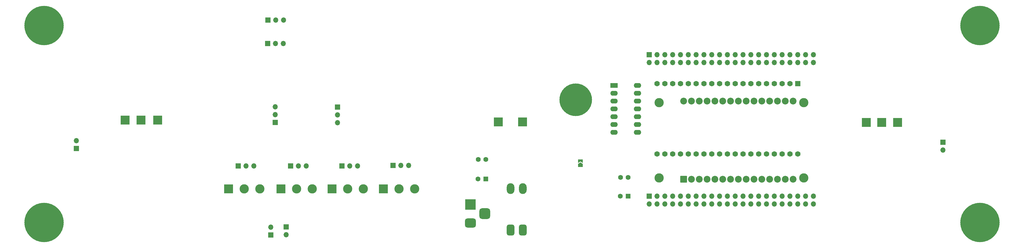
<source format=gts>
G04 #@! TF.GenerationSoftware,KiCad,Pcbnew,7.0.10-1.fc39*
G04 #@! TF.CreationDate,2024-01-19T21:35:41-05:00*
G04 #@! TF.ProjectId,SYSMATT-WS2812-MATRIX-CARRIER-32X8,5359534d-4154-4542-9d57-53323831322d,rev?*
G04 #@! TF.SameCoordinates,Original*
G04 #@! TF.FileFunction,Soldermask,Top*
G04 #@! TF.FilePolarity,Negative*
%FSLAX46Y46*%
G04 Gerber Fmt 4.6, Leading zero omitted, Abs format (unit mm)*
G04 Created by KiCad (PCBNEW 7.0.10-1.fc39) date 2024-01-19 21:35:41*
%MOMM*%
%LPD*%
G01*
G04 APERTURE LIST*
G04 Aperture macros list*
%AMRoundRect*
0 Rectangle with rounded corners*
0 $1 Rounding radius*
0 $2 $3 $4 $5 $6 $7 $8 $9 X,Y pos of 4 corners*
0 Add a 4 corners polygon primitive as box body*
4,1,4,$2,$3,$4,$5,$6,$7,$8,$9,$2,$3,0*
0 Add four circle primitives for the rounded corners*
1,1,$1+$1,$2,$3*
1,1,$1+$1,$4,$5*
1,1,$1+$1,$6,$7*
1,1,$1+$1,$8,$9*
0 Add four rect primitives between the rounded corners*
20,1,$1+$1,$2,$3,$4,$5,0*
20,1,$1+$1,$4,$5,$6,$7,0*
20,1,$1+$1,$6,$7,$8,$9,0*
20,1,$1+$1,$8,$9,$2,$3,0*%
%AMFreePoly0*
4,1,6,1.000000,0.000000,0.500000,-0.750000,-0.500000,-0.750000,-0.500000,0.750000,0.500000,0.750000,1.000000,0.000000,1.000000,0.000000,$1*%
%AMFreePoly1*
4,1,6,0.500000,-0.750000,-0.650000,-0.750000,-0.150000,0.000000,-0.650000,0.750000,0.500000,0.750000,0.500000,-0.750000,0.500000,-0.750000,$1*%
G04 Aperture macros list end*
%ADD10C,1.600000*%
%ADD11C,12.800000*%
%ADD12R,3.000000X3.000000*%
%ADD13R,1.700000X1.700000*%
%ADD14O,1.700000X1.700000*%
%ADD15R,1.600000X1.600000*%
%ADD16C,3.000000*%
%ADD17R,3.500000X3.500000*%
%ADD18RoundRect,0.750000X1.000000X-0.750000X1.000000X0.750000X-1.000000X0.750000X-1.000000X-0.750000X0*%
%ADD19RoundRect,0.875000X0.875000X-0.875000X0.875000X0.875000X-0.875000X0.875000X-0.875000X-0.875000X0*%
%ADD20FreePoly0,90.000000*%
%ADD21FreePoly1,90.000000*%
%ADD22R,2.400000X1.600000*%
%ADD23O,2.400000X1.600000*%
%ADD24RoundRect,0.625000X0.625000X-1.125000X0.625000X1.125000X-0.625000X1.125000X-0.625000X-1.125000X0*%
%ADD25O,2.500000X3.500000*%
%ADD26C,10.600000*%
%ADD27RoundRect,0.102000X1.000000X-1.000000X1.000000X1.000000X-1.000000X1.000000X-1.000000X-1.000000X0*%
%ADD28C,2.204000*%
%ADD29RoundRect,0.102000X-0.780000X0.780000X-0.780000X-0.780000X0.780000X-0.780000X0.780000X0.780000X0*%
%ADD30C,1.764000*%
G04 APERTURE END LIST*
D10*
X162017000Y37935000D03*
X159517000Y37935000D03*
D11*
X322500000Y17500000D03*
D12*
X55397400Y50732000D03*
D13*
X310521000Y43553000D03*
D14*
X310521000Y41013000D03*
D13*
X215084001Y72013000D03*
D14*
X215084001Y69473000D03*
X217624001Y72013000D03*
X217624001Y69473000D03*
X220164001Y72013000D03*
X220164001Y69473000D03*
X222704001Y72013000D03*
X222704001Y69473000D03*
X225244001Y72013000D03*
X225244001Y69473000D03*
X227784001Y72013000D03*
X227784001Y69473000D03*
X230324001Y72013000D03*
X230324001Y69473000D03*
X232864001Y72013000D03*
X232864001Y69473000D03*
X235404001Y72013000D03*
X235404001Y69473000D03*
X237944001Y72013000D03*
X237944001Y69473000D03*
X240484001Y72013000D03*
X240484001Y69473000D03*
X243024001Y72013000D03*
X243024001Y69473000D03*
X245564001Y72013000D03*
X245564001Y69473000D03*
X248104001Y72013000D03*
X248104001Y69473000D03*
X250644001Y72013000D03*
X250644001Y69473000D03*
X253184001Y72013000D03*
X253184001Y69473000D03*
X255724001Y72013000D03*
X255724001Y69473000D03*
X258264001Y72013000D03*
X258264001Y69473000D03*
X260804001Y72013000D03*
X260804001Y69473000D03*
X263344001Y72013000D03*
X263344001Y69473000D03*
X265884001Y72013000D03*
X265884001Y69473000D03*
X268424001Y72013000D03*
X268424001Y69473000D03*
D13*
X91151409Y75618000D03*
D14*
X93691409Y75618000D03*
X96231409Y75618000D03*
D13*
X131888000Y35978000D03*
D14*
X134428000Y35978000D03*
X136968000Y35978000D03*
D12*
X295732200Y50012600D03*
D15*
X208226001Y26039000D03*
D10*
X205726001Y26039000D03*
D12*
X78421000Y28358000D03*
D16*
X83501000Y28358000D03*
X88581000Y28358000D03*
D17*
X156982500Y23335000D03*
D18*
X156982500Y17335000D03*
D19*
X161682500Y20335000D03*
D13*
X91181409Y83288000D03*
D14*
X93721409Y83288000D03*
X96261409Y83288000D03*
D13*
X92125000Y13381000D03*
D14*
X92125000Y15921000D03*
D12*
X166039800Y50165000D03*
D20*
X192732001Y35982000D03*
D21*
X192732001Y37432000D03*
D13*
X93612000Y49950000D03*
D14*
X93612000Y52490000D03*
X93612000Y55030000D03*
D22*
X203654001Y61980000D03*
D23*
X203654001Y59440000D03*
X203654001Y56900000D03*
X203654001Y54360000D03*
X203654001Y51820000D03*
X203654001Y49280000D03*
X203654001Y46740000D03*
X211274001Y46740000D03*
X211274001Y49280000D03*
X211274001Y51820000D03*
X211274001Y54360000D03*
X211274001Y56900000D03*
X211274001Y59440000D03*
X211274001Y61980000D03*
D15*
X161977000Y31585000D03*
D10*
X159477000Y31585000D03*
D24*
X170000000Y15000000D03*
X174000000Y15000000D03*
D25*
X170000000Y28500000D03*
X174000000Y28500000D03*
D13*
X97148000Y16053000D03*
D14*
X97148000Y13513000D03*
D13*
X29000000Y41500000D03*
D14*
X29000000Y44040000D03*
D12*
X128713000Y28358000D03*
D16*
X133793000Y28358000D03*
X138873000Y28358000D03*
D11*
X322500000Y81500000D03*
D13*
X98614000Y35851000D03*
D14*
X101154000Y35851000D03*
X103694000Y35851000D03*
D26*
X191243001Y57357000D03*
D12*
X285572200Y49961800D03*
D16*
X218300000Y31920000D03*
X265250000Y31920000D03*
X218300000Y56430000D03*
X265250000Y56430000D03*
D27*
X226260000Y31500000D03*
D28*
X228800000Y31500000D03*
X231340000Y31500000D03*
X233880000Y31500000D03*
X236420000Y31500000D03*
X238960000Y31500000D03*
X241500000Y31500000D03*
X244040000Y31500000D03*
X246580000Y31500000D03*
X249120000Y31500000D03*
X251660000Y31500000D03*
X254200000Y31500000D03*
X256740000Y31500000D03*
X259280000Y31500000D03*
X261820000Y31500000D03*
X261820000Y56900000D03*
X259280000Y56900000D03*
X256740000Y56900000D03*
X254200000Y56900000D03*
X251660000Y56900000D03*
X249120000Y56900000D03*
X246580000Y56900000D03*
X244040000Y56900000D03*
X241500000Y56900000D03*
X238960000Y56900000D03*
X236420000Y56900000D03*
X233880000Y56900000D03*
X231340000Y56900000D03*
X228800000Y56900000D03*
X226260000Y56900000D03*
D12*
X112076000Y28358000D03*
D16*
X117156000Y28358000D03*
X122236000Y28358000D03*
D13*
X81596000Y35851000D03*
D14*
X84136000Y35851000D03*
X86676000Y35851000D03*
D10*
X208266001Y32135000D03*
X205766001Y32135000D03*
D13*
X215084001Y26039000D03*
D14*
X215084001Y23499000D03*
X217624001Y26039000D03*
X217624001Y23499000D03*
X220164001Y26039000D03*
X220164001Y23499000D03*
X222704001Y26039000D03*
X222704001Y23499000D03*
X225244001Y26039000D03*
X225244001Y23499000D03*
X227784001Y26039000D03*
X227784001Y23499000D03*
X230324001Y26039000D03*
X230324001Y23499000D03*
X232864001Y26039000D03*
X232864001Y23499000D03*
X235404001Y26039000D03*
X235404001Y23499000D03*
X237944001Y26039000D03*
X237944001Y23499000D03*
X240484001Y26039000D03*
X240484001Y23499000D03*
X243024001Y26039000D03*
X243024001Y23499000D03*
X245564001Y26039000D03*
X245564001Y23499000D03*
X248104001Y26039000D03*
X248104001Y23499000D03*
X250644001Y26039000D03*
X250644001Y23499000D03*
X253184001Y26039000D03*
X253184001Y23499000D03*
X255724001Y26039000D03*
X255724001Y23499000D03*
X258264001Y26039000D03*
X258264001Y23499000D03*
X260804001Y26039000D03*
X260804001Y23499000D03*
X263344001Y26039000D03*
X263344001Y23499000D03*
X265884001Y26039000D03*
X265884001Y23499000D03*
X268424001Y26039000D03*
X268424001Y23499000D03*
D12*
X173913800Y50190400D03*
D11*
X18500000Y81500000D03*
X18500000Y17500000D03*
D13*
X115251000Y35851000D03*
D14*
X117791000Y35851000D03*
X120331000Y35851000D03*
D12*
X50007000Y50732000D03*
X290594000Y50000000D03*
D29*
X263344000Y62615000D03*
D30*
X260804000Y62615000D03*
X258264000Y62615000D03*
X255724000Y62615000D03*
X253184000Y62615000D03*
X250644000Y62615000D03*
X248104000Y62615000D03*
X245564000Y62615000D03*
X243024000Y62615000D03*
X240484000Y62615000D03*
X237944000Y62615000D03*
X235404000Y62615000D03*
X232864000Y62615000D03*
X230324000Y62615000D03*
X227784000Y62615000D03*
X225244000Y62615000D03*
X222704000Y62615000D03*
X220164000Y62615000D03*
X217624000Y62615000D03*
X263344000Y39755000D03*
X260804000Y39755000D03*
X258264000Y39755000D03*
X255724000Y39755000D03*
X253184000Y39755000D03*
X250644000Y39755000D03*
X248104000Y39755000D03*
X245564000Y39755000D03*
X243024000Y39755000D03*
X240484000Y39755000D03*
X237944000Y39755000D03*
X235404000Y39755000D03*
X232864000Y39755000D03*
X230324000Y39755000D03*
X227784000Y39755000D03*
X225244000Y39755000D03*
X222704000Y39755000D03*
X220164000Y39755000D03*
X217624000Y39755000D03*
D12*
X44780200Y50774600D03*
D13*
X113862000Y55000000D03*
D14*
X113862000Y52460000D03*
X113862000Y49920000D03*
D12*
X95439000Y28358000D03*
D16*
X100519000Y28358000D03*
X105599000Y28358000D03*
M02*

</source>
